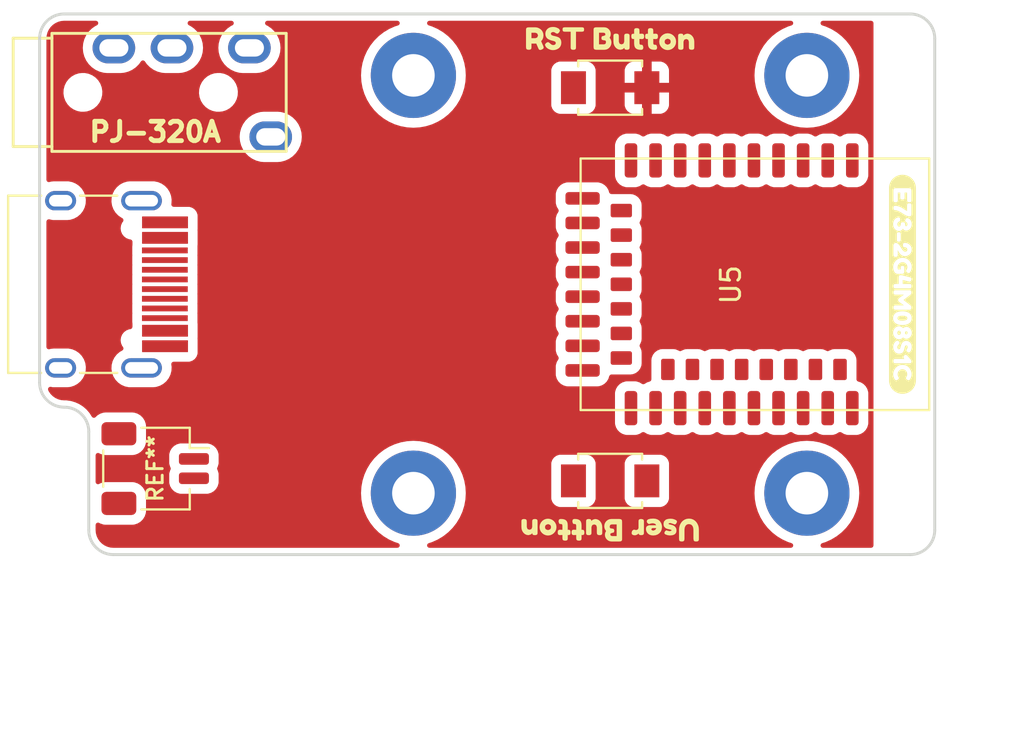
<source format=kicad_pcb>
(kicad_pcb (version 20221018) (generator pcbnew)
  (layers (0 "F.Cu" signal) (31 "B.Cu" signal) (34 "B.Paste" user) (35 "F.Paste" user) (36 "B.SilkS" user "B.Silkscreen") (37 "F.SilkS" user "F.Silkscreen") (38 "B.Mask" user) (39 "F.Mask" user) (44 "Edge.Cuts" user))
  (net 0 "")
  (net 1 "GND")
  (net 4 "RST")
  (footprint "kibuzzard-6496724A" (layer "F.Cu") (at 147.32 38.1)
    (fp_text reference "kibuzzard-6496724A" hide)
    (fp_text value "G***" hide)
  )
  (footprint "kibuzzard-6496725B" (layer "F.Cu") (at 147.32 63.5 180)
    (fp_text reference "kibuzzard-6496725B" hide)
    (fp_text value "G***" hide)
  )
  (footprint "Headtracker-Hardware-XIAO-nRF52:PJ-320A" (layer "F.Cu") (at 123.825 40.894 90)
    (fp_text reference "REF**")
    (fp_text value "PJ-320A")
    (fp_text user "PJ-320A" (at -2.032 0) (layer "F.SilkS") (effects (font (thickness 0.25))))
    (pad "" np_thru_hole circle (at 0.0114 -3.734 90) (size 1.5 1.5) (drill 1.5) (layers "*.Cu" "*.Mask"))
    (pad "" np_thru_hole circle (at 0.0114 3.266 90) (size 1.5 1.5) (drill 1.5) (layers "*.Cu" "*.Mask"))
    (pad "1" thru_hole oval (at -2.2886 5.966 90) (size 1.6 2.2) (drill oval 0.9 1.5) (layers "*.Cu" "*.Mask"))
    (pad "2" thru_hole oval (at 2.3114 4.866 90) (size 1.6 2.2) (drill oval 0.9 1.5) (layers "*.Cu" "*.Mask"))
    (pad "3" thru_hole oval (at 2.3114 0.866 90) (size 1.6 2.2) (drill oval 0.9 1.5) (layers "*.Cu" "*.Mask"))
    (pad "4" thru_hole oval (at 2.3114 -2.134 90) (size 1.6 2.2) (drill oval 0.9 1.5) (layers "*.Cu" "*.Mask"))
  )
  (footprint "kien242:SW_SPST_B3U-1000P" (layer "F.Cu") (at 147.32 60.96)
    (fp_text reference "SW1" hide)
    (fp_text value "User sw")
    (pad "1" smd rect (at -1.895 0) (size 1.29 1.7) (layers "F.Cu" "F.Paste" "F.Mask"))
    (pad "2" smd rect (at 1.895 0) (size 1.29 1.7) (layers "F.Cu" "F.Paste" "F.Mask"))
  )
  (footprint "MountingHole:MountingHole_2.2mm_M2_Pad" (layer "F.Cu") (at 137.16 40.005)
    (fp_text reference "H4" hide)
    (fp_text value "Hole")
    (pad "1" thru_hole circle (at 0 0) (size 4.4 4.4) (drill 2.2) (layers "*.Cu" "*.Mask"))
  )
  (footprint "kien242:E73-2G4M08S1C" (layer "F.Cu") (at 145.796 50.8 -90)
    (fp_text reference "U5" (at 0.022533 -7.754775 90) (layer "F.SilkS"))
    (fp_text value "E73-2G4M08S1C-52840")
    (pad "1" smd roundrect (at -6.4008 -14.03) (size 0.65 1.77) (layers "F.Cu" "F.Paste" "F.Mask"))
    (pad "2" smd roundrect (at -6.4008 -12.76) (size 0.65 1.77) (layers "F.Cu" "F.Paste" "F.Mask"))
    (pad "3" smd roundrect (at -6.4008 -11.49) (size 0.65 1.77) (layers "F.Cu" "F.Paste" "F.Mask"))
    (pad "4" smd roundrect (at -6.4008 -10.22) (size 0.65 1.77) (layers "F.Cu" "F.Paste" "F.Mask"))
    (pad "5" smd roundrect (at -6.4008 -8.95) (size 0.65 1.77) (layers "F.Cu" "F.Paste" "F.Mask"))
    (pad "6" smd roundrect (at -6.4008 -7.68) (size 0.65 1.77) (layers "F.Cu" "F.Paste" "F.Mask"))
    (pad "7" smd roundrect (at -6.4008 -6.41) (size 0.65 1.77) (layers "F.Cu" "F.Paste" "F.Mask"))
    (pad "8" smd roundrect (at -6.4008 -5.14) (size 0.65 1.77) (layers "F.Cu" "F.Paste" "F.Mask"))
    (pad "9" smd roundrect (at -6.4008 -3.87) (size 0.65 1.77) (layers "F.Cu" "F.Paste" "F.Mask"))
    (pad "10" smd roundrect (at -6.4008 -2.6) (size 0.65 1.77) (layers "F.Cu" "F.Paste" "F.Mask"))
    (pad "11" smd roundrect (at -4.44 -0.1016 90) (size 0.65 1.77) (layers "F.Cu" "F.Paste" "F.Mask"))
    (pad "12" smd roundrect (at -3.81 -2.1 90) (size 0.7 1.1) (layers "F.Cu" "F.Paste" "F.Mask") (roundrect_rratio 0.15))
    (pad "13" smd roundrect (at -3.17 -0.1016 90) (size 0.65 1.77) (layers "F.Cu" "F.Paste" "F.Mask"))
    (pad "14" smd roundrect (at -2.54 -2.1 90) (size 0.7 1.1) (layers "F.Cu" "F.Paste" "F.Mask") (roundrect_rratio 0.15))
    (pad "15" smd roundrect (at -1.9 -0.1016 90) (size 0.65 1.77) (layers "F.Cu" "F.Paste" "F.Mask"))
    (pad "16" smd roundrect (at -1.27 -2.1 90) (size 0.7 1.1) (layers "F.Cu" "F.Paste" "F.Mask") (roundrect_rratio 0.15))
    (pad "17" smd roundrect (at -0.63 -0.1016 90) (size 0.65 1.77) (layers "F.Cu" "F.Paste" "F.Mask"))
    (pad "18" smd roundrect (at 0 -2.1 90) (size 0.7 1.1) (layers "F.Cu" "F.Paste" "F.Mask") (roundrect_rratio 0.15))
    (pad "19" smd roundrect (at 0.64 -0.1016 90) (size 0.65 1.77) (layers "F.Cu" "F.Paste" "F.Mask"))
    (pad "20" smd roundrect (at 1.27 -2.1 90) (size 0.7 1.1) (layers "F.Cu" "F.Paste" "F.Mask") (roundrect_rratio 0.15))
    (pad "21" smd roundrect (at 1.91 -0.1016 90) (size 0.65 1.77) (layers "F.Cu" "F.Paste" "F.Mask"))
    (pad "22" smd roundrect (at 2.54 -2.1 90) (size 0.7 1.1) (layers "F.Cu" "F.Paste" "F.Mask") (roundrect_rratio 0.15))
    (pad "23" smd roundrect (at 3.18 -0.1016 90) (size 0.65 1.77) (layers "F.Cu" "F.Paste" "F.Mask"))
    (pad "24" smd roundrect (at 3.81 -2.1 90) (size 0.7 1.1) (layers "F.Cu" "F.Paste" "F.Mask") (roundrect_rratio 0.15))
    (pad "25" smd roundrect (at 4.45 -0.1016 90) (size 0.65 1.77) (layers "F.Cu" "F.Paste" "F.Mask"))
    (pad "26" smd roundrect (at 6.4008 -2.6 180) (size 0.65 1.77) (layers "F.Cu" "F.Paste" "F.Mask"))
    (pad "27" smd roundrect (at 6.4008 -3.87 180) (size 0.65 1.77) (layers "F.Cu" "F.Paste" "F.Mask"))
    (pad "28" smd roundrect (at 4.4 -4.505) (size 0.7 1.1) (layers "F.Cu" "F.Paste" "F.Mask") (roundrect_rratio 0.15))
    (pad "29" smd roundrect (at 6.4008 -5.14 180) (size 0.65 1.77) (layers "F.Cu" "F.Paste" "F.Mask"))
    (pad "30" smd roundrect (at 4.4 -5.775) (size 0.7 1.1) (layers "F.Cu" "F.Paste" "F.Mask") (roundrect_rratio 0.15))
    (pad "31" smd roundrect (at 6.4008 -6.41 180) (size 0.65 1.77) (layers "F.Cu" "F.Paste" "F.Mask"))
    (pad "32" smd roundrect (at 4.4 -7.045) (size 0.7 1.1) (layers "F.Cu" "F.Paste" "F.Mask") (roundrect_rratio 0.15))
    (pad "33" smd roundrect (at 6.4008 -7.68 180) (size 0.65 1.77) (layers "F.Cu" "F.Paste" "F.Mask"))
    (pad "34" smd roundrect (at 4.4 -8.315) (size 0.7 1.1) (layers "F.Cu" "F.Paste" "F.Mask") (roundrect_rratio 0.15))
    (pad "35" smd roundrect (at 6.4008 -8.95 180) (size 0.65 1.77) (layers "F.Cu" "F.Paste" "F.Mask"))
    (pad "36" smd roundrect (at 4.4 -9.585) (size 0.7 1.1) (layers "F.Cu" "F.Paste" "F.Mask") (roundrect_rratio 0.15))
    (pad "37" smd roundrect (at 6.4008 -10.22 180) (size 0.65 1.77) (layers "F.Cu" "F.Paste" "F.Mask"))
    (pad "38" smd roundrect (at 4.4 -10.855) (size 0.7 1.1) (layers "F.Cu" "F.Paste" "F.Mask") (roundrect_rratio 0.15))
    (pad "39" smd roundrect (at 6.4008 -11.49 180) (size 0.65 1.77) (layers "F.Cu" "F.Paste" "F.Mask"))
    (pad "40" smd roundrect (at 4.4 -12.125) (size 0.7 1.1) (layers "F.Cu" "F.Paste" "F.Mask") (roundrect_rratio 0.15))
    (pad "41" smd roundrect (at 6.4008 -12.76 180) (size 0.65 1.77) (layers "F.Cu" "F.Paste" "F.Mask"))
    (pad "42" smd roundrect (at 4.4 -13.395) (size 0.7 1.1) (layers "F.Cu" "F.Paste" "F.Mask") (roundrect_rratio 0.15))
    (pad "43" smd roundrect (at 6.4008 -14.03 180) (size 0.65 1.77) (layers "F.Cu" "F.Paste" "F.Mask"))
  )
  (footprint "MountingHole:MountingHole_2.2mm_M2_Pad" (layer "F.Cu") (at 157.48 40.005)
    (fp_text reference "H1" hide)
    (fp_text value "Hole")
    (pad "1" thru_hole circle (at 0 0) (size 4.4 4.4) (drill 2.2) (layers "*.Cu" "*.Mask"))
  )
  (footprint "kien242:USB-C-16pin-hight-v2" (layer "F.Cu") (at 120.015 50.8 90)
    (fp_text reference "REF**")
    (fp_text value "USB-C-16pin-hight-v2")
    (pad "" np_thru_hole circle (at -2.89 2.605 270) (size 0.65 0.65) (drill 0.65) (layers "*.Cu" "*.Mask"))
    (pad "" np_thru_hole circle (at 2.89 2.605 270) (size 0.65 0.65) (drill 0.65) (layers "*.Cu" "*.Mask"))
    (pad "A1" smd rect (at 3.2 4.318 270) (size 0.6 2.3626) (layers "F.Cu" "F.Paste" "F.Mask"))
    (pad "A4" smd rect (at 2.4 4.318 270) (size 0.6 2.3626) (layers "F.Cu" "F.Paste" "F.Mask"))
    (pad "A5" smd rect (at 1.25 4.3096 270) (size 0.3 2.366) (layers "F.Cu" "F.Paste" "F.Mask"))
    (pad "A6" smd rect (at 0.25 4.3096 270) (size 0.3 2.366) (layers "F.Cu" "F.Paste" "F.Mask"))
    (pad "A7" smd rect (at -0.25 4.3096 270) (size 0.3 2.366) (layers "F.Cu" "F.Paste" "F.Mask"))
    (pad "A8" smd rect (at -1.25 4.3096 270) (size 0.3 2.366) (layers "F.Cu" "F.Paste" "F.Mask"))
    (pad "A9" smd rect (at -2.4 4.318 270) (size 0.6 2.3626) (layers "F.Cu" "F.Paste" "F.Mask"))
    (pad "A12" smd rect (at -3.2 4.318 270) (size 0.6 2.3626) (layers "F.Cu" "F.Paste" "F.Mask"))
    (pad "B1" smd rect (at -3.2 4.318 270) (size 0.6 2.3626) (layers "F.Cu" "F.Paste" "F.Mask"))
    (pad "B4" smd rect (at -2.4 4.318 270) (size 0.6 2.3626) (layers "F.Cu" "F.Paste" "F.Mask"))
    (pad "B5" smd rect (at -1.75 4.3096 270) (size 0.3 2.366) (layers "F.Cu" "F.Paste" "F.Mask"))
    (pad "B6" smd rect (at -0.75 4.3096 270) (size 0.3 2.366) (layers "F.Cu" "F.Paste" "F.Mask"))
    (pad "B7" smd rect (at 0.75 4.3096 270) (size 0.3 2.366) (layers "F.Cu" "F.Paste" "F.Mask"))
    (pad "B8" smd rect (at 1.75 4.3096 270) (size 0.305 2.366) (layers "F.Cu" "F.Paste" "F.Mask"))
    (pad "B9" smd rect (at 2.4 4.318 270) (size 0.6 2.3626) (layers "F.Cu" "F.Paste" "F.Mask"))
    (pad "B12" smd rect (at 3.2 4.318 270) (size 0.6 2.3626) (layers "F.Cu" "F.Paste" "F.Mask"))
    (pad "S1" thru_hole oval (at -4.32 -1.075 270) (size 1 1.6) (drill oval 0.6 1.2) (layers "*.Cu" "*.Mask"))
    (pad "S1" thru_hole oval (at -4.32 3.105 270) (size 1 2.1) (drill oval 0.6 1.7) (layers "*.Cu" "*.Mask"))
    (pad "S1" thru_hole oval (at 4.32 -1.075 270) (size 1 1.6) (drill oval 0.6 1.2) (layers "*.Cu" "*.Mask"))
    (pad "S1" thru_hole oval (at 4.32 3.105 270) (size 1 2.1) (drill oval 0.6 1.7) (layers "*.Cu" "*.Mask"))
  )
  (footprint "kien242:SW_SPST_B3U-1000P" (layer "F.Cu") (at 147.32 40.64)
    (fp_text reference "SW2" hide)
    (fp_text value "RST")
    (pad "1" smd rect (at -1.895 0) (size 1.29 1.7) (layers "F.Cu" "F.Paste" "F.Mask") (net 4 "RST"))
    (pad "2" smd rect (at 1.895 0) (size 1.29 1.7) (layers "F.Cu" "F.Paste" "F.Mask") (net 1 "GND"))
  )
  (footprint "MountingHole:MountingHole_2.2mm_M2_Pad" (layer "F.Cu") (at 157.48 61.595)
    (fp_text reference "H2" hide)
    (fp_text value "Hole")
    (pad "1" thru_hole circle (at 0 0) (size 4.4 4.4) (drill 2.2) (layers "*.Cu" "*.Mask"))
  )
  (footprint "MountingHole:MountingHole_2.2mm_M2_Pad" (layer "F.Cu") (at 137.16 61.595)
    (fp_text reference "H3" hide)
    (fp_text value "Hole")
    (pad "1" thru_hole circle (at 0 0) (size 4.4 4.4) (drill 2.2) (layers "*.Cu" "*.Mask"))
  )
  (footprint "kien242:JST_SH_SM02B-SRSS-TB_1x02-1MP" (layer "F.Cu") (at 123.825 60.325 -90)
    (fp_text reference "REF**" (at 0 0 90) (layer "F.SilkS") (effects (font (size 0.8 0.8))))
    (fp_text value "JST_SH_SM02B-SRSS-TB_1x02-1MP")
    (pad "1" smd roundrect (at -0.5 -2 270) (size 0.6 1.55) (layers "F.Cu" "F.Paste" "F.Mask"))
    (pad "2" smd roundrect (at 0.5 -2 270) (size 0.6 1.55) (layers "F.Cu" "F.Paste" "F.Mask"))
    (pad "MP" smd roundrect (at -1.8 1.875 270) (size 1.2 1.8) (layers "F.Cu" "F.Paste" "F.Mask") (roundrect_rratio 0.208333))
    (pad "MP" smd roundrect (at 1.8 1.875 270) (size 1.2 1.8) (layers "F.Cu" "F.Paste" "F.Mask") (roundrect_rratio 0.208333))
  )
  (gr_arc (start 117.856 38.1) (mid 118.227974 37.201974) (end 119.126 36.83) (stroke (width 0.15)) (layer "Edge.Cuts"))
  (gr_arc (start 121.666 64.77) (mid 120.767974 64.398026) (end 120.396 63.5) (stroke (width 0.15)) (layer "Edge.Cuts"))
  (gr_line (start 164.084 38.1) (end 164.084 63.5) (stroke (width 0.15)) (layer "Edge.Cuts"))
  (gr_arc (start 162.814 36.83) (mid 163.712026 37.201974) (end 164.084 38.1) (stroke (width 0.15)) (layer "Edge.Cuts"))
  (gr_arc (start 119.126 57.15) (mid 120.024026 57.521974) (end 120.396 58.42) (stroke (width 0.15)) (layer "Edge.Cuts"))
  (gr_line (start 117.856 55.88) (end 117.856 38.1) (stroke (width 0.15)) (layer "Edge.Cuts"))
  (gr_line (start 120.396 63.5) (end 120.396 58.42) (stroke (width 0.15)) (layer "Edge.Cuts"))
  (gr_arc (start 119.126 57.15) (mid 118.227974 56.778026) (end 117.856 55.88) (stroke (width 0.15)) (layer "Edge.Cuts"))
  (gr_line (start 119.126 36.83) (end 162.814 36.83) (stroke (width 0.15)) (layer "Edge.Cuts"))
  (gr_arc (start 164.084 63.5) (mid 163.712026 64.398026) (end 162.814 64.77) (stroke (width 0.15)) (layer "Edge.Cuts"))
  (gr_line (start 162.814 64.77) (end 121.666 64.77) (stroke (width 0.15)) (layer "Edge.Cuts"))
  (zone (net 1) (net_name "GND") (layers "F&B.Cu") (priority 1) (connect_pads (clearance 0.5)) (min_thickness 0.25) (fill yes (thermal_gap 0.5) (thermal_bridge_width 0.5))
    (polygon (pts (xy 117.856 36.83) (xy 167.894 36.83) (xy 167.894 64.77) (xy 117.856 64.77)))
  )
  (zone (net 0) (net_name "") (layers "F&B.Cu" "Edge.Cuts") (connect_pads (clearance 0)) (min_thickness 0.25)
    (keepout (tracks not_allowed) (vias not_allowed) (pads not_allowed) (copperpour not_allowed) (footprints not_allowed))
    (fill (thermal_gap 0.5) (thermal_bridge_width 0.5))
    (polygon (pts (xy 160.9198 36.83) (xy 168.5398 36.83) (xy 168.5398 38.354) (xy 168.5398 64.77) (xy 160.9198 64.77)))
  )
)
</source>
